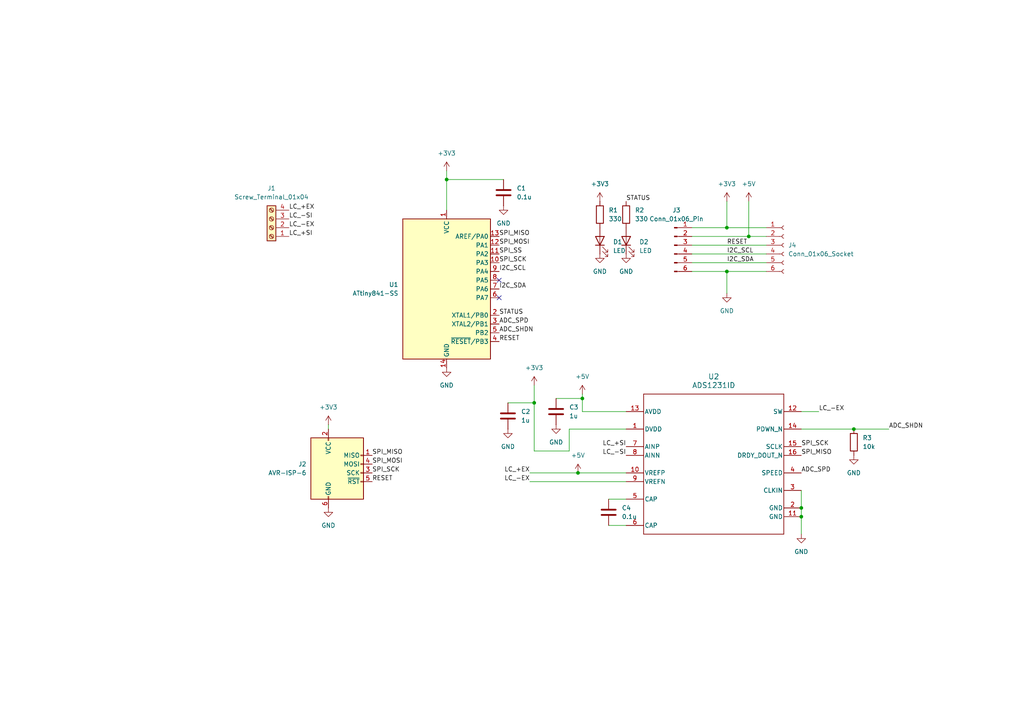
<source format=kicad_sch>
(kicad_sch (version 20231120) (generator "eeschema") (generator_version "8.0")
  (paper "A4")
  (lib_symbols
    (symbol "2025-02-17_17-03-11:ADS1231ID" (pin_names (offset 0.254))
      (property "Reference" "U" (at 0 2.54 0))
      (property "Value" "ADS1231ID" (at 0 0 0))
      (symbol "ADS1231ID_0_1"
        (polyline (pts (xy -20.32 -20.32) (xy 20.32 -20.32)) (stroke (width 0.2032)))
        (polyline (pts (xy -20.32 20.32) (xy -20.32 -20.32)) (stroke (width 0.2032)))
        (polyline (pts (xy 20.32 -20.32) (xy 20.32 20.32)) (stroke (width 0.2032)))
        (polyline (pts (xy 20.32 20.32) (xy -20.32 20.32)) (stroke (width 0.2032)))
        (pin power_in line (at -25.4 10.16 0) (length 5.08) (name "DVDD") (number "1"))
        (pin input line (at -25.4 -2.54 0) (length 5.08) (name "VREFP") (number "10"))
        (pin power_in line (at 25.4 -15.24 180) (length 5.08) (name "GND") (number "11"))
        (pin power_in line (at 25.4 15.24 180) (length 5.08) (name "SW") (number "12"))
        (pin power_in line (at -25.4 15.24 0) (length 5.08) (name "AVDD") (number "13"))
        (pin input line (at 25.4 10.16 180) (length 5.08) (name "PDWN_N") (number "14"))
        (pin input line (at 25.4 5.08 180) (length 5.08) (name "SCLK") (number "15"))
        (pin output line (at 25.4 2.54 180) (length 5.08) (name "DRDY_DOUT_N") (number "16"))
        (pin power_in line (at 25.4 -12.7 180) (length 5.08) (name "GND") (number "2"))
        (pin input line (at 25.4 -7.62 180) (length 5.08) (name "CLKIN") (number "3"))
        (pin input line (at 25.4 -2.54 180) (length 5.08) (name "SPEED") (number "4"))
        (pin unspecified line (at -25.4 -10.16 0) (length 5.08) (name "CAP") (number "5"))
        (pin unspecified line (at -25.4 -17.78 0) (length 5.08) (name "CAP") (number "6"))
        (pin input line (at -25.4 5.08 0) (length 5.08) (name "AINP") (number "7"))
        (pin input line (at -25.4 2.54 0) (length 5.08) (name "AINN") (number "8"))
        (pin input line (at -25.4 -5.08 0) (length 5.08) (name "VREFN") (number "9"))
      )
    )
    (symbol "Connector:AVR-ISP-6" (pin_names (offset 1.016))
      (property "Reference" "J" (at -6.35 11.43 0))
      (property "Value" "AVR-ISP-6" (at 0 11.43 0))
      (symbol "AVR-ISP-6_0_1"
        (rectangle (start -2.667 -6.858) (end -2.413 -7.62))
        (rectangle (start -2.667 10.16) (end -2.413 9.398))
        (rectangle (start 7.62 -2.413) (end 6.858 -2.667))
        (rectangle (start 7.62 0.127) (end 6.858 -0.127))
        (rectangle (start 7.62 2.667) (end 6.858 2.413))
        (rectangle (start 7.62 5.207) (end 6.858 4.953))
        (rectangle (start 7.62 10.16) (end -7.62 -7.62) (stroke (width 0.254)) (fill (type background)))
      )
      (symbol "AVR-ISP-6_1_1"
        (pin passive line (at 10.16 5.08 180) (length 2.54) (name "MISO") (number "1"))
        (pin passive line (at -2.54 12.7 270) (length 2.54) (name "VCC") (number "2"))
        (pin passive line (at 10.16 0 180) (length 2.54) (name "SCK") (number "3"))
        (pin passive line (at 10.16 2.54 180) (length 2.54) (name "MOSI") (number "4"))
        (pin passive line (at 10.16 -2.54 180) (length 2.54) (name "~{RST}") (number "5"))
        (pin passive line (at -2.54 -10.16 90) (length 2.54) (name "GND") (number "6"))
      )
    )
    (symbol "Connector:Conn_01x06_Pin" (pin_names (offset 1.016) hide)
      (property "Reference" "J" (at 0 7.62 0))
      (property "Value" "Conn_01x06_Pin" (at 0 -10.16 0))
      (symbol "Conn_01x06_Pin_1_1"
        (polyline (pts (xy 1.27 -7.62) (xy 0.8636 -7.62)) (stroke (width 0.1524)))
        (polyline (pts (xy 1.27 -5.08) (xy 0.8636 -5.08)) (stroke (width 0.1524)))
        (polyline (pts (xy 1.27 -2.54) (xy 0.8636 -2.54)) (stroke (width 0.1524)))
        (polyline (pts (xy 1.27 0) (xy 0.8636 0)) (stroke (width 0.1524)))
        (polyline (pts (xy 1.27 2.54) (xy 0.8636 2.54)) (stroke (width 0.1524)))
        (polyline (pts (xy 1.27 5.08) (xy 0.8636 5.08)) (stroke (width 0.1524)))
        (rectangle (start 0.8636 -7.493) (end 0 -7.747) (stroke (width 0.1524)) (fill (type outline)))
        (rectangle (start 0.8636 -4.953) (end 0 -5.207) (stroke (width 0.1524)) (fill (type outline)))
        (rectangle (start 0.8636 -2.413) (end 0 -2.667) (stroke (width 0.1524)) (fill (type outline)))
        (rectangle (start 0.8636 0.127) (end 0 -0.127) (stroke (width 0.1524)) (fill (type outline)))
        (rectangle (start 0.8636 2.667) (end 0 2.413) (stroke (width 0.1524)) (fill (type outline)))
        (rectangle (start 0.8636 5.207) (end 0 4.953) (stroke (width 0.1524)) (fill (type outline)))
        (pin passive line (at 5.08 5.08 180) (length 3.81) (name "Pin_1") (number "1"))
        (pin passive line (at 5.08 2.54 180) (length 3.81) (name "Pin_2") (number "2"))
        (pin passive line (at 5.08 0 180) (length 3.81) (name "Pin_3") (number "3"))
        (pin passive line (at 5.08 -2.54 180) (length 3.81) (name "Pin_4") (number "4"))
        (pin passive line (at 5.08 -5.08 180) (length 3.81) (name "Pin_5") (number "5"))
        (pin passive line (at 5.08 -7.62 180) (length 3.81) (name "Pin_6") (number "6"))
      )
    )
    (symbol "Connector:Conn_01x06_Socket" (pin_names (offset 1.016) hide)
      (property "Reference" "J" (at 0 7.62 0))
      (property "Value" "Conn_01x06_Socket" (at 0 -10.16 0))
      (symbol "Conn_01x06_Socket_1_1"
        (arc (start 0 -7.112) (mid -0.5058 -7.62) (end 0 -8.128) (stroke (width 0.1524)))
        (arc (start 0 -4.572) (mid -0.5058 -5.08) (end 0 -5.588) (stroke (width 0.1524)))
        (arc (start 0 -2.032) (mid -0.5058 -2.54) (end 0 -3.048) (stroke (width 0.1524)))
        (polyline (pts (xy -1.27 -7.62) (xy -0.508 -7.62)) (stroke (width 0.1524)))
        (polyline (pts (xy -1.27 -5.08) (xy -0.508 -5.08)) (stroke (width 0.1524)))
        (polyline (pts (xy -1.27 -2.54) (xy -0.508 -2.54)) (stroke (width 0.1524)))
        (polyline (pts (xy -1.27 0) (xy -0.508 0)) (stroke (width 0.1524)))
        (polyline (pts (xy -1.27 2.54) (xy -0.508 2.54)) (stroke (width 0.1524)))
        (polyline (pts (xy -1.27 5.08) (xy -0.508 5.08)) (stroke (width 0.1524)))
        (arc (start 0 0.508) (mid -0.5058 0) (end 0 -0.508) (stroke (width 0.1524)))
        (arc (start 0 3.048) (mid -0.5058 2.54) (end 0 2.032) (stroke (width 0.1524)))
        (arc (start 0 5.588) (mid -0.5058 5.08) (end 0 4.572) (stroke (width 0.1524)))
        (pin passive line (at -5.08 5.08 0) (length 3.81) (name "Pin_1") (number "1"))
        (pin passive line (at -5.08 2.54 0) (length 3.81) (name "Pin_2") (number "2"))
        (pin passive line (at -5.08 0 0) (length 3.81) (name "Pin_3") (number "3"))
        (pin passive line (at -5.08 -2.54 0) (length 3.81) (name "Pin_4") (number "4"))
        (pin passive line (at -5.08 -5.08 0) (length 3.81) (name "Pin_5") (number "5"))
        (pin passive line (at -5.08 -7.62 0) (length 3.81) (name "Pin_6") (number "6"))
      )
    )
    (symbol "Connector:Screw_Terminal_01x04" (pin_names (offset 1.016) hide)
      (property "Reference" "J" (at 0 5.08 0))
      (property "Value" "Screw_Terminal_01x04" (at 0 -7.62 0))
      (symbol "Screw_Terminal_01x04_1_1"
        (rectangle (start -1.27 3.81) (end 1.27 -6.35) (stroke (width 0.254)) (fill (type background)))
        (circle (center 0 -5.08) (radius 0.635) (stroke (width 0.1524)))
        (circle (center 0 -2.54) (radius 0.635) (stroke (width 0.1524)))
        (polyline (pts (xy -0.5334 -4.7498) (xy 0.3302 -5.588)) (stroke (width 0.1524)))
        (polyline (pts (xy -0.5334 -2.2098) (xy 0.3302 -3.048)) (stroke (width 0.1524)))
        (polyline (pts (xy -0.5334 0.3302) (xy 0.3302 -0.508)) (stroke (width 0.1524)))
        (polyline (pts (xy -0.5334 2.8702) (xy 0.3302 2.032)) (stroke (width 0.1524)))
        (polyline (pts (xy -0.3556 -4.572) (xy 0.508 -5.4102)) (stroke (width 0.1524)))
        (polyline (pts (xy -0.3556 -2.032) (xy 0.508 -2.8702)) (stroke (width 0.1524)))
        (polyline (pts (xy -0.3556 0.508) (xy 0.508 -0.3302)) (stroke (width 0.1524)))
        (polyline (pts (xy -0.3556 3.048) (xy 0.508 2.2098)) (stroke (width 0.1524)))
        (circle (center 0 0) (radius 0.635) (stroke (width 0.1524)))
        (circle (center 0 2.54) (radius 0.635) (stroke (width 0.1524)))
        (pin passive line (at -5.08 2.54 0) (length 3.81) (name "Pin_1") (number "1"))
        (pin passive line (at -5.08 0 0) (length 3.81) (name "Pin_2") (number "2"))
        (pin passive line (at -5.08 -2.54 0) (length 3.81) (name "Pin_3") (number "3"))
        (pin passive line (at -5.08 -5.08 0) (length 3.81) (name "Pin_4") (number "4"))
      )
    )
    (symbol "Device:C" (pin_numbers hide) (pin_names (offset 0.254))
      (property "Reference" "C" (at 0.635 2.54 0))
      (property "Value" "C" (at 0.635 -2.54 0))
      (symbol "C_0_1"
        (polyline (pts (xy -2.032 -0.762) (xy 2.032 -0.762)) (stroke (width 0.508)))
        (polyline (pts (xy -2.032 0.762) (xy 2.032 0.762)) (stroke (width 0.508)))
      )
      (symbol "C_1_1"
        (pin passive line (at 0 3.81 270) (length 2.794) (name "~") (number "1"))
        (pin passive line (at 0 -3.81 90) (length 2.794) (name "~") (number "2"))
      )
    )
    (symbol "Device:LED" (pin_numbers hide) (pin_names (offset 1.016) hide)
      (property "Reference" "D" (at 0 2.54 0))
      (property "Value" "LED" (at 0 -2.54 0))
      (symbol "LED_0_1"
        (polyline (pts (xy -1.27 -1.27) (xy -1.27 1.27)) (stroke (width 0.254)))
        (polyline (pts (xy -1.27 0) (xy 1.27 0)))
        (polyline (pts (xy 1.27 -1.27) (xy 1.27 1.27) (xy -1.27 0) (xy 1.27 -1.27)) (stroke (width 0.254)))
        (polyline (pts (xy -3.048 -0.762) (xy -4.572 -2.286) (xy -3.81 -2.286) (xy -4.572 -2.286) (xy -4.572 -1.524)))
        (polyline (pts (xy -1.778 -0.762) (xy -3.302 -2.286) (xy -2.54 -2.286) (xy -3.302 -2.286) (xy -3.302 -1.524)))
      )
      (symbol "LED_1_1"
        (pin passive line (at -3.81 0 0) (length 2.54) (name "K") (number "1"))
        (pin passive line (at 3.81 0 180) (length 2.54) (name "A") (number "2"))
      )
    )
    (symbol "Device:R" (pin_numbers hide) (pin_names (offset 0))
      (property "Reference" "R" (at 2.032 0 90))
      (property "Value" "R" (at 0 0 90))
      (symbol "R_0_1"
        (rectangle (start -1.016 -2.54) (end 1.016 2.54) (stroke (width 0.254)))
      )
      (symbol "R_1_1"
        (pin passive line (at 0 3.81 270) (length 1.27) (name "~") (number "1"))
        (pin passive line (at 0 -3.81 90) (length 1.27) (name "~") (number "2"))
      )
    )
    (symbol "MCU_Microchip_ATtiny:ATtiny841-SS"
      (property "Reference" "U" (at -12.7 21.59 0))
      (property "Value" "ATtiny841-SS" (at 2.54 -21.59 0))
      (symbol "ATtiny841-SS_0_1"
        (rectangle (start -12.7 -20.32) (end 12.7 20.32) (stroke (width 0.254)) (fill (type background)))
      )
      (symbol "ATtiny841-SS_1_1"
        (pin power_in line (at 0 22.86 270) (length 2.54) (name "VCC") (number "1"))
        (pin bidirectional line (at 15.24 7.62 180) (length 2.54) (name "PA3") (number "10"))
        (pin bidirectional line (at 15.24 10.16 180) (length 2.54) (name "PA2") (number "11"))
        (pin bidirectional line (at 15.24 12.7 180) (length 2.54) (name "PA1") (number "12"))
        (pin bidirectional line (at 15.24 15.24 180) (length 2.54) (name "AREF/PA0") (number "13"))
        (pin power_in line (at 0 -22.86 90) (length 2.54) (name "GND") (number "14"))
        (pin bidirectional line (at 15.24 -7.62 180) (length 2.54) (name "XTAL1/PB0") (number "2"))
        (pin bidirectional line (at 15.24 -10.16 180) (length 2.54) (name "XTAL2/PB1") (number "3"))
        (pin bidirectional line (at 15.24 -15.24 180) (length 2.54) (name "~{RESET}/PB3") (number "4"))
        (pin bidirectional line (at 15.24 -12.7 180) (length 2.54) (name "PB2") (number "5"))
        (pin bidirectional line (at 15.24 -2.54 180) (length 2.54) (name "PA7") (number "6"))
        (pin bidirectional line (at 15.24 0 180) (length 2.54) (name "PA6") (number "7"))
        (pin bidirectional line (at 15.24 2.54 180) (length 2.54) (name "PA5") (number "8"))
        (pin bidirectional line (at 15.24 5.08 180) (length 2.54) (name "PA4") (number "9"))
      )
    )
    (symbol "power:+3V3" (power) (pin_numbers hide) (pin_names (offset 0) hide)
      (property "Value" "+3V3" (at 0 3.556 0))
      (symbol "+3V3_0_1"
        (polyline (pts (xy -0.762 1.27) (xy 0 2.54)))
        (polyline (pts (xy 0 0) (xy 0 2.54)))
        (polyline (pts (xy 0 2.54) (xy 0.762 1.27)))
      )
      (symbol "+3V3_1_1"
        (pin power_in line (at 0 0 90) (length 0) (name "~") (number "1"))
      )
    )
    (symbol "power:+5V" (power) (pin_numbers hide) (pin_names (offset 0) hide)
      (property "Value" "+5V" (at 0 3.556 0))
      (symbol "+5V_0_1"
        (polyline (pts (xy -0.762 1.27) (xy 0 2.54)))
        (polyline (pts (xy 0 0) (xy 0 2.54)))
        (polyline (pts (xy 0 2.54) (xy 0.762 1.27)))
      )
      (symbol "+5V_1_1"
        (pin power_in line (at 0 0 90) (length 0) (name "~") (number "1"))
      )
    )
    (symbol "power:GND" (power) (pin_numbers hide) (pin_names (offset 0) hide)
      (property "Value" "GND" (at 0 -3.81 0))
      (symbol "GND_0_1"
        (polyline (pts (xy 0 0) (xy 0 -1.27) (xy 1.27 -1.27) (xy 0 -2.54) (xy -1.27 -1.27) (xy 0 -1.27)))
      )
      (symbol "GND_1_1"
        (pin power_in line (at 0 0 270) (length 0) (name "~") (number "1"))
      )
    )
  )
  (junction (at 154.94 116.84))
  (junction (at 129.54 52.07))
  (junction (at 247.65 124.46))
  (junction (at 168.91 115.57))
  (junction (at 217.17 68.58))
  (junction (at 232.41 149.86))
  (junction (at 167.64 137.16))
  (junction (at 210.82 78.74))
  (junction (at 210.82 66.04))
  (junction (at 232.41 147.32))
  (no_connect (at 144.78 81.28))
  (no_connect (at 144.78 86.36))
  (wire (pts (xy 232.41 142.24) (xy 232.41 147.32)))
  (wire (pts (xy 129.54 49.53) (xy 129.54 52.07)))
  (wire (pts (xy 210.82 58.42) (xy 210.82 66.04)))
  (wire (pts (xy 176.53 144.78) (xy 181.61 144.78)))
  (wire (pts (xy 200.66 76.2) (xy 222.25 76.2)))
  (wire (pts (xy 257.81 124.46) (xy 247.65 124.46)))
  (wire (pts (xy 217.17 68.58) (xy 222.25 68.58)))
  (wire (pts (xy 210.82 66.04) (xy 222.25 66.04)))
  (wire (pts (xy 232.41 119.38) (xy 237.49 119.38)))
  (wire (pts (xy 247.65 124.46) (xy 232.41 124.46)))
  (wire (pts (xy 154.94 111.76) (xy 154.94 116.84)))
  (wire (pts (xy 153.67 137.16) (xy 167.64 137.16)))
  (wire (pts (xy 161.29 115.57) (xy 168.91 115.57)))
  (wire (pts (xy 165.1 130.81) (xy 165.1 124.46)))
  (wire (pts (xy 95.25 123.19) (xy 95.25 124.46)))
  (wire (pts (xy 165.1 124.46) (xy 181.61 124.46)))
  (wire (pts (xy 154.94 116.84) (xy 154.94 130.81)))
  (wire (pts (xy 200.66 66.04) (xy 210.82 66.04)))
  (wire (pts (xy 200.66 73.66) (xy 222.25 73.66)))
  (wire (pts (xy 232.41 147.32) (xy 232.41 149.86)))
  (wire (pts (xy 167.64 137.16) (xy 181.61 137.16)))
  (wire (pts (xy 168.91 114.3) (xy 168.91 115.57)))
  (wire (pts (xy 200.66 78.74) (xy 210.82 78.74)))
  (wire (pts (xy 200.66 68.58) (xy 217.17 68.58)))
  (wire (pts (xy 168.91 115.57) (xy 168.91 119.38)))
  (wire (pts (xy 232.41 149.86) (xy 232.41 154.94)))
  (wire (pts (xy 168.91 119.38) (xy 181.61 119.38)))
  (wire (pts (xy 200.66 71.12) (xy 222.25 71.12)))
  (wire (pts (xy 210.82 78.74) (xy 210.82 85.09)))
  (wire (pts (xy 217.17 58.42) (xy 217.17 68.58)))
  (wire (pts (xy 147.32 116.84) (xy 154.94 116.84)))
  (wire (pts (xy 210.82 78.74) (xy 222.25 78.74)))
  (wire (pts (xy 154.94 130.81) (xy 165.1 130.81)))
  (wire (pts (xy 153.67 139.7) (xy 181.61 139.7)))
  (wire (pts (xy 129.54 52.07) (xy 146.05 52.07)))
  (wire (pts (xy 176.53 152.4) (xy 181.61 152.4)))
  (wire (pts (xy 129.54 52.07) (xy 129.54 60.96)))
  (label "ADC_SPD" (at 144.78 93.98 0))
  (label "LC_+SI" (at 181.61 129.54 180))
  (label "I2C_SCL" (at 144.78 78.74 0))
  (label "SPI_MISO" (at 144.78 68.58 0))
  (label "LC_+SI" (at 83.82 68.58 0))
  (label "LC_+EX" (at 83.82 60.96 0))
  (label "ADC_SHDN" (at 144.78 96.52 0))
  (label "RESET" (at 144.78 99.06 0))
  (label "ADC_SPD" (at 232.41 137.16 0))
  (label "LC_-EX" (at 237.49 119.38 0))
  (label "LC_-SI" (at 181.61 132.08 180))
  (label "SPI_SCK" (at 232.41 129.54 0))
  (label "LC_-SI" (at 83.82 63.5 0))
  (label "LC_+EX" (at 153.67 137.16 180))
  (label "SPI_MOSI" (at 144.78 71.12 0))
  (label "SPI_MISO" (at 232.41 132.08 0))
  (label "SPI_SCK" (at 144.78 76.2 0))
  (label "SPI_MISO" (at 107.95 132.08 0))
  (label "RESET" (at 107.95 139.7 0))
  (label "I2C_SDA" (at 144.78 83.82 0))
  (label "RESET" (at 210.82 71.12 0))
  (label "STATUS" (at 181.61 58.42 0))
  (label "SPI_SS" (at 144.78 73.66 0))
  (label "ADC_SHDN" (at 257.81 124.46 0))
  (label "I2C_SDA" (at 210.82 76.2 0))
  (label "STATUS" (at 144.78 91.44 0))
  (label "SPI_MOSI" (at 107.95 134.62 0))
  (label "LC_-EX" (at 83.82 66.04 0))
  (label "SPI_SCK" (at 107.95 137.16 0))
  (label "LC_-EX" (at 153.67 139.7 180))
  (label "I2C_SCL" (at 210.82 73.66 0))
  (symbol (lib_id "Device:R") (at 247.65 128.27 0) (unit 1)
    (property "Reference" "R3" (at 250.19 126.9999 0) (effects (justify left)))
    (property "Value" "10k" (at 250.19 129.5399 0) (effects (justify left)))
    (property "Footprint" "Resistor_SMD:R_0603_1608Metric" (effects (hide yes)))
    (property "Description" "Resistor" (effects (hide yes)))
  )
  (symbol (lib_id "Connector:Screw_Terminal_01x04") (at 78.74 66.04 180) (unit 1)
    (property "Reference" "J1" (at 78.74 54.61 0))
    (property "Value" "Screw_Terminal_01x04" (at 78.74 57.15 0))
    (property "Footprint" "TerminalBlock_Phoenix:TerminalBlock_Phoenix_MPT-0,5-4-2.54_1x04_P2.54mm_Horizontal" (effects (hide yes)))
    (property "Description" "Generic screw terminal, single row, 01x04, script generated (kicad-library-utils/schlib/autogen/connector/)" (effects (hide yes)))
  )
  (symbol (lib_id "power:+5V") (at 167.64 137.16 0) (unit 1)
    (property "Reference" "#PWR09" (effects (hide yes)))
    (property "Value" "+5V" (at 167.64 132.08 0))
    (property "Description" "Power symbol creates a global label with name \"+5V\"" (effects (hide yes)))
  )
  (symbol (lib_id "power:+3V3") (at 129.54 49.53 0) (unit 1)
    (property "Reference" "#PWR03" (effects (hide yes)))
    (property "Value" "+3V3" (at 129.54 44.45 0))
    (property "Description" "Power symbol creates a global label with name \"+3V3\"" (effects (hide yes)))
  )
  (symbol (lib_id "power:+5V") (at 168.91 114.3 0) (unit 1)
    (property "Reference" "#PWR010" (effects (hide yes)))
    (property "Value" "+5V" (at 168.91 109.22 0))
    (property "Description" "Power symbol creates a global label with name \"+5V\"" (effects (hide yes)))
  )
  (symbol (lib_id "Device:C") (at 146.05 55.88 0) (unit 1)
    (property "Reference" "C1" (at 149.86 54.6099 0) (effects (justify left)))
    (property "Value" "0.1u" (at 149.86 57.1499 0) (effects (justify left)))
    (property "Footprint" "Capacitor_SMD:C_0603_1608Metric" (effects (hide yes)))
    (property "Description" "Unpolarized capacitor" (effects (hide yes)))
  )
  (symbol (lib_id "power:GND") (at 161.29 123.19 0) (unit 1)
    (property "Reference" "#PWR08" (effects (hide yes)))
    (property "Value" "GND" (at 161.29 128.27 0))
    (property "Description" "Power symbol creates a global label with name \"GND\" , ground" (effects (hide yes)))
  )
  (symbol (lib_id "Device:LED") (at 173.99 69.85 90) (unit 1)
    (property "Reference" "D1" (at 177.8 70.1674 90) (effects (justify right)))
    (property "Value" "LED" (at 177.8 72.7074 90) (effects (justify right)))
    (property "Footprint" "LED_SMD:LED_0603_1608Metric" (effects (hide yes)))
    (property "Description" "Light emitting diode" (effects (hide yes)))
  )
  (symbol (lib_id "Device:C") (at 147.32 120.65 0) (unit 1)
    (property "Reference" "C2" (at 151.13 119.3799 0) (effects (justify left)))
    (property "Value" "1u" (at 151.13 121.9199 0) (effects (justify left)))
    (property "Footprint" "Capacitor_SMD:C_0603_1608Metric" (effects (hide yes)))
    (property "Description" "Unpolarized capacitor" (effects (hide yes)))
  )
  (symbol (lib_id "Device:R") (at 173.99 62.23 0) (unit 1)
    (property "Reference" "R1" (at 176.53 60.9599 0) (effects (justify left)))
    (property "Value" "330" (at 176.53 63.4999 0) (effects (justify left)))
    (property "Footprint" "Resistor_SMD:R_0603_1608Metric" (effects (hide yes)))
    (property "Description" "Resistor" (effects (hide yes)))
  )
  (symbol (lib_id "power:+3V3") (at 95.25 123.19 0) (unit 1)
    (property "Reference" "#PWR01" (effects (hide yes)))
    (property "Value" "+3V3" (at 95.25 118.11 0))
    (property "Description" "Power symbol creates a global label with name \"+3V3\"" (effects (hide yes)))
  )
  (symbol (lib_id "power:GND") (at 181.61 73.66 0) (unit 1)
    (property "Reference" "#PWR013" (effects (hide yes)))
    (property "Value" "GND" (at 181.61 78.74 0))
    (property "Description" "Power symbol creates a global label with name \"GND\" , ground" (effects (hide yes)))
  )
  (symbol (lib_id "power:GND") (at 247.65 132.08 0) (unit 1)
    (property "Reference" "#PWR018" (effects (hide yes)))
    (property "Value" "GND" (at 247.65 137.16 0))
    (property "Description" "Power symbol creates a global label with name \"GND\" , ground" (effects (hide yes)))
  )
  (symbol (lib_id "power:GND") (at 146.05 59.69 0) (unit 1)
    (property "Reference" "#PWR05" (effects (hide yes)))
    (property "Value" "GND" (at 146.05 64.77 0))
    (property "Description" "Power symbol creates a global label with name \"GND\" , ground" (effects (hide yes)))
  )
  (symbol (lib_id "Device:LED") (at 181.61 69.85 90) (unit 1)
    (property "Reference" "D2" (at 185.42 70.1674 90) (effects (justify right)))
    (property "Value" "LED" (at 185.42 72.7074 90) (effects (justify right)))
    (property "Footprint" "LED_SMD:LED_0603_1608Metric" (effects (hide yes)))
    (property "Description" "Light emitting diode" (effects (hide yes)))
  )
  (symbol (lib_id "power:+3V3") (at 210.82 58.42 0) (unit 1)
    (property "Reference" "#PWR014" (effects (hide yes)))
    (property "Value" "+3V3" (at 210.82 53.34 0))
    (property "Description" "Power symbol creates a global label with name \"+3V3\"" (effects (hide yes)))
  )
  (symbol (lib_id "Device:R") (at 181.61 62.23 0) (unit 1)
    (property "Reference" "R2" (at 184.15 60.9599 0) (effects (justify left)))
    (property "Value" "330" (at 184.15 63.4999 0) (effects (justify left)))
    (property "Footprint" "Resistor_SMD:R_0603_1608Metric" (effects (hide yes)))
    (property "Description" "Resistor" (effects (hide yes)))
  )
  (symbol (lib_id "power:GND") (at 95.25 147.32 0) (unit 1)
    (property "Reference" "#PWR02" (effects (hide yes)))
    (property "Value" "GND" (at 95.25 152.4 0))
    (property "Description" "Power symbol creates a global label with name \"GND\" , ground" (effects (hide yes)))
  )
  (symbol (lib_id "Connector:AVR-ISP-6") (at 97.79 137.16 0) (unit 1)
    (property "Reference" "J2" (at 88.9 134.6199 0) (effects (justify right)))
    (property "Value" "AVR-ISP-6" (at 88.9 137.1599 0) (effects (justify right)))
    (property "Footprint" "Connector:Tag-Connect_TC2030-IDC-NL_2x03_P1.27mm_Vertical" (effects (hide yes)))
    (property "Description" "Atmel 6-pin ISP connector" (effects (hide yes)))
  )
  (symbol (lib_id "power:GND") (at 129.54 106.68 0) (unit 1)
    (property "Reference" "#PWR04" (effects (hide yes)))
    (property "Value" "GND" (at 129.54 111.76 0))
    (property "Description" "Power symbol creates a global label with name \"GND\" , ground" (effects (hide yes)))
  )
  (symbol (lib_id "power:+5V") (at 217.17 58.42 0) (unit 1)
    (property "Reference" "#PWR016" (effects (hide yes)))
    (property "Value" "+5V" (at 217.17 53.34 0))
    (property "Description" "Power symbol creates a global label with name \"+5V\"" (effects (hide yes)))
  )
  (symbol (lib_id "2025-02-17_17-03-11:ADS1231ID") (at 207.01 134.62 0) (unit 1)
    (property "Reference" "U2" (at 207.01 109.22 0) (effects (font (size 1.524 1.524))))
    (property "Value" "ADS1231ID" (at 207.01 111.76 0) (effects (font (size 1.524 1.524))))
    (property "Footprint" "footprints:D0016A_N" (effects (hide yes)))
    (property "Datasheet" "ADS1231ID" (effects (hide yes)))
  )
  (symbol (lib_id "power:GND") (at 147.32 124.46 0) (unit 1)
    (property "Reference" "#PWR06" (effects (hide yes)))
    (property "Value" "GND" (at 147.32 129.54 0))
    (property "Description" "Power symbol creates a global label with name \"GND\" , ground" (effects (hide yes)))
  )
  (symbol (lib_id "Connector:Conn_01x06_Pin") (at 195.58 71.12 0) (unit 1)
    (property "Reference" "J3" (at 196.215 60.96 0))
    (property "Value" "Conn_01x06_Pin" (at 196.215 63.5 0))
    (property "Footprint" "Connector_PinHeader_2.54mm:PinHeader_1x06_P2.54mm_Horizontal" (effects (hide yes)))
    (property "Description" "Generic connector, single row, 01x06, script generated" (effects (hide yes)))
  )
  (symbol (lib_id "Device:C") (at 176.53 148.59 0) (unit 1)
    (property "Reference" "C4" (at 180.34 147.3199 0) (effects (justify left)))
    (property "Value" "0.1u" (at 180.34 149.8599 0) (effects (justify left)))
    (property "Footprint" "Capacitor_SMD:C_0603_1608Metric" (effects (hide yes)))
    (property "Description" "Unpolarized capacitor" (effects (hide yes)))
  )
  (symbol (lib_id "power:GND") (at 173.99 73.66 0) (unit 1)
    (property "Reference" "#PWR012" (effects (hide yes)))
    (property "Value" "GND" (at 173.99 78.74 0))
    (property "Description" "Power symbol creates a global label with name \"GND\" , ground" (effects (hide yes)))
  )
  (symbol (lib_id "power:GND") (at 232.41 154.94 0) (unit 1)
    (property "Reference" "#PWR017" (effects (hide yes)))
    (property "Value" "GND" (at 232.41 160.02 0))
    (property "Description" "Power symbol creates a global label with name \"GND\" , ground" (effects (hide yes)))
  )
  (symbol (lib_id "power:+3V3") (at 154.94 111.76 0) (unit 1)
    (property "Reference" "#PWR07" (effects (hide yes)))
    (property "Value" "+3V3" (at 154.94 106.68 0))
    (property "Description" "Power symbol creates a global label with name \"+3V3\"" (effects (hide yes)))
  )
  (symbol (lib_id "power:GND") (at 210.82 85.09 0) (unit 1)
    (property "Reference" "#PWR015" (effects (hide yes)))
    (property "Value" "GND" (at 210.82 90.17 0))
    (property "Description" "Power symbol creates a global label with name \"GND\" , ground" (effects (hide yes)))
  )
  (symbol (lib_id "power:+3V3") (at 173.99 58.42 0) (unit 1)
    (property "Reference" "#PWR011" (effects (hide yes)))
    (property "Value" "+3V3" (at 173.99 53.34 0))
    (property "Description" "Power symbol creates a global label with name \"+3V3\"" (effects (hide yes)))
  )
  (symbol (lib_id "MCU_Microchip_ATtiny:ATtiny841-SS") (at 129.54 83.82 0) (unit 1)
    (property "Reference" "U1" (at 115.57 82.5499 0) (effects (justify right)))
    (property "Value" "ATtiny841-SS" (at 115.57 85.0899 0) (effects (justify right)))
    (property "Footprint" "Package_SO:SOIC-14_3.9x8.7mm_P1.27mm" (effects (hide yes)))
    (property "Datasheet" "http://ww1.microchip.com/downloads/en/DeviceDoc/Atmel-8495-8-bit-AVR-Microcontrollers-ATtiny441-ATtiny841_Datasheet.pdf" (effects (hide yes)))
    (property "Description" "16MHz, 8kB Flash, 512B SRAM, 512B EEPROM, ADC, ACI, debugWIRE, SOIC-14" (effects (hide yes)))
  )
  (symbol (lib_id "Device:C") (at 161.29 119.38 0) (unit 1)
    (property "Reference" "C3" (at 165.1 118.1099 0) (effects (justify left)))
    (property "Value" "1u" (at 165.1 120.6499 0) (effects (justify left)))
    (property "Footprint" "Capacitor_SMD:C_0603_1608Metric" (effects (hide yes)))
    (property "Description" "Unpolarized capacitor" (effects (hide yes)))
  )
  (symbol (lib_id "Connector:Conn_01x06_Socket") (at 227.33 71.12 0) (unit 1)
    (property "Reference" "J4" (at 228.6 71.1199 0) (effects (justify left)))
    (property "Value" "Conn_01x06_Socket" (at 228.6 73.6599 0) (effects (justify left)))
    (property "Footprint" "Connector_PinSocket_2.54mm:PinSocket_1x06_P2.54mm_Horizontal" (effects (hide yes)))
    (property "Description" "Generic connector, single row, 01x06, script generated" (effects (hide yes)))
  )
)
</source>
